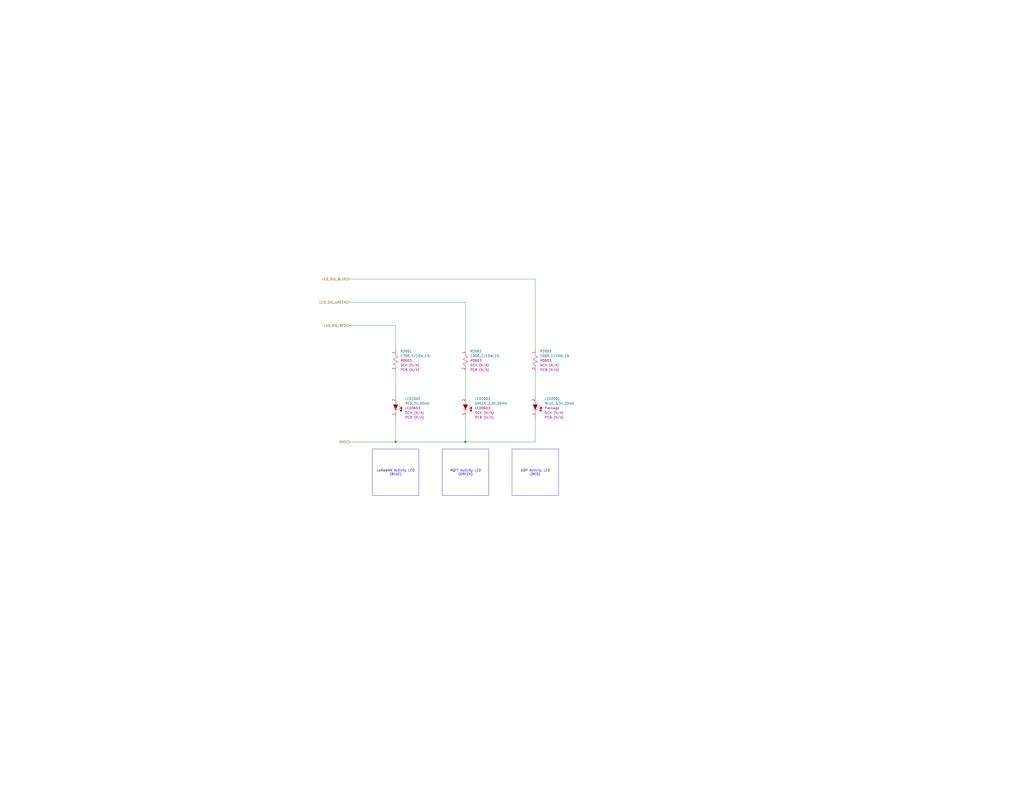
<source format=kicad_sch>
(kicad_sch (version 20231120) (generator "eeschema") (generator_version "8.0")
  (paper "C")
  (title_block (comment 2 "DRAFT"))
  (lib_symbols
    (symbol "_SCHLIB_Qcopter:DIODE_LED_BLUE_3.3V_20mA_470nm_LED0603"
      (property "Reference" "LED" (at 3.556 5.08 0))
      (property "Value" "BLUE_3.3V_20mA" (at 3.81 7.62 0))
      (property "Package" "Package" (at 3.81 36.322 0))
      (property "SCH CHECK" "SCH (N/A)" (at 3.81 30.988 0))
      (property "PCB CHECK" "PCB (N/A)" (at 3.81 33.528 0))
      (symbol "DIODE_LED_BLUE_3.3V_20mA_470nm_LED0603_0_1"
        (polyline (pts (xy 5.588 1.905) (xy 6.604 2.794)))
        (polyline (pts (xy 7.239 1.905) (xy 8.001 2.667)))
        (polyline (pts (xy 7.62 -1.27) (xy 7.62 1.27)))
        (polyline (pts (xy 5.08 1.27) (xy 5.08 -1.27) (xy 7.62 0) (xy 5.08 1.27)) (fill (type outline)))
        (polyline (pts (xy 6.223 3.302) (xy 7.112 2.413) (xy 7.366 3.556) (xy 6.223 3.302)) (fill (type outline)))
        (polyline (pts (xy 7.62 3.175) (xy 8.509 2.286) (xy 8.763 3.429) (xy 7.62 3.175)) (fill (type outline)))
      )
      (symbol "DIODE_LED_BLUE_3.3V_20mA_470nm_LED0603_1_1"
        (pin passive line (at 12.7 0 180) (length 5.08) (name "") (number "1"))
        (pin passive line (at 0 0 0) (length 5.08) (name "") (number "2"))
      )
    )
    (symbol "_SCHLIB_Qcopter:DIODE_LED_GREEN_3.3V_20mA_525nm_LED0603"
      (property "Reference" "LED" (at 3.556 5.08 0))
      (property "Value" "GREEN_3.3V_20mA" (at 3.81 7.62 0))
      (property "Package" "LED0603" (at 3.81 36.322 0))
      (property "SCH CHECK" "SCH (N/A)" (at 3.81 30.988 0))
      (property "PCB CHECK" "PCB (N/A)" (at 3.81 33.528 0))
      (symbol "DIODE_LED_GREEN_3.3V_20mA_525nm_LED0603_0_1"
        (polyline (pts (xy 5.588 1.905) (xy 6.604 2.794)))
        (polyline (pts (xy 7.239 1.905) (xy 8.001 2.667)))
        (polyline (pts (xy 7.62 -1.27) (xy 7.62 1.27)))
        (polyline (pts (xy 5.08 1.27) (xy 5.08 -1.27) (xy 7.62 0) (xy 5.08 1.27)) (fill (type outline)))
        (polyline (pts (xy 6.223 3.302) (xy 7.112 2.413) (xy 7.366 3.556) (xy 6.223 3.302)) (fill (type outline)))
        (polyline (pts (xy 7.62 3.175) (xy 8.509 2.286) (xy 8.763 3.429) (xy 7.62 3.175)) (fill (type outline)))
      )
      (symbol "DIODE_LED_GREEN_3.3V_20mA_525nm_LED0603_1_1"
        (pin passive line (at 12.7 0 180) (length 5.08) (name "") (number "1"))
        (pin passive line (at 0 0 0) (length 5.08) (name "") (number "2"))
      )
    )
    (symbol "_SCHLIB_Qcopter:DIODE_LED_RED_2V_20mA_624nm_LED0603"
      (property "Reference" "LED" (at 3.556 5.08 0))
      (property "Value" "RED_2V_20mA" (at 3.81 7.62 0))
      (property "Package" "LED0603" (at 3.81 36.322 0))
      (property "SCH CHECK" "SCH (N/A)" (at 3.81 30.988 0))
      (property "PCB CHECK" "PCB (N/A)" (at 3.81 33.528 0))
      (symbol "DIODE_LED_RED_2V_20mA_624nm_LED0603_0_1"
        (polyline (pts (xy 5.588 1.905) (xy 6.604 2.794)))
        (polyline (pts (xy 7.239 1.905) (xy 8.001 2.667)))
        (polyline (pts (xy 7.62 -1.27) (xy 7.62 1.27)))
        (polyline (pts (xy 5.08 1.27) (xy 5.08 -1.27) (xy 7.62 0) (xy 5.08 1.27)) (fill (type outline)))
        (polyline (pts (xy 6.223 3.302) (xy 7.112 2.413) (xy 7.366 3.556) (xy 6.223 3.302)) (fill (type outline)))
        (polyline (pts (xy 7.62 3.175) (xy 8.509 2.286) (xy 8.763 3.429) (xy 7.62 3.175)) (fill (type outline)))
      )
      (symbol "DIODE_LED_RED_2V_20mA_624nm_LED0603_1_1"
        (pin passive line (at 12.7 0 180) (length 5.08) (name "") (number "1"))
        (pin passive line (at 0 0 0) (length 5.08) (name "") (number "2"))
      )
    )
    (symbol "_SCHLIB_Qcopter:RES_100R_1/10W_1%_R0603"
      (property "Reference" "R" (at 3.556 4.064 0))
      (property "Value" "100R_1/10W_1%" (at 3.556 6.604 0))
      (property "Package" "R0603" (at 3.81 35.306 0))
      (property "SCH CHECK" "SCH (N/A)" (at 3.81 29.972 0))
      (property "PCB CHECK" "PCB (N/A)" (at 3.81 32.512 0))
      (symbol "RES_100R_1/10W_1%_R0603_0_0"
        (polyline (pts (xy 3.81 0) (xy 4.445 1.27) (xy 5.715 -1.27) (xy 6.985 1.27) (xy 8.255 -1.27) (xy 8.89 0)))
      )
      (symbol "RES_100R_1/10W_1%_R0603_1_1"
        (pin passive line (at 0 0 0) (length 3.81) (name "") (number "1"))
        (pin passive line (at 12.7 0 180) (length 3.81) (name "") (number "2"))
      )
    )
    (symbol "_SCHLIB_Qcopter:RES_470R_1/10W_1%_R0603"
      (property "Reference" "R" (at 3.556 4.064 0))
      (property "Value" "470R_1/10W_1%" (at 3.81 6.604 0))
      (property "Package" "R0603" (at 3.81 35.306 0))
      (property "SCH CHECK" "SCH (N/A)" (at 3.81 29.972 0))
      (property "PCB CHECK" "PCB (N/A)" (at 3.81 32.512 0))
      (symbol "RES_470R_1/10W_1%_R0603_0_0"
        (polyline (pts (xy 3.81 0) (xy 4.445 1.27) (xy 5.715 -1.27) (xy 6.985 1.27) (xy 8.255 -1.27) (xy 8.89 0)))
      )
      (symbol "RES_470R_1/10W_1%_R0603_1_1"
        (pin passive line (at 0 0 0) (length 3.81) (name "") (number "1"))
        (pin passive line (at 12.7 0 180) (length 3.81) (name "") (number "2"))
      )
    )
  )
  (junction (at 215.9 241.3))
  (junction (at 254 241.3))
  (wire (pts (xy 254 228.6) (xy 254 241.3)))
  (wire (pts (xy 254 165.1) (xy 254 190.5)))
  (wire (pts (xy 190.5 152.4) (xy 292.1 152.4)))
  (wire (pts (xy 190.5 241.3) (xy 215.9 241.3)))
  (wire (pts (xy 190.5 165.1) (xy 254 165.1)))
  (wire (pts (xy 215.9 203.2) (xy 215.9 215.9)))
  (wire (pts (xy 254 203.2) (xy 254 215.9)))
  (wire (pts (xy 215.9 228.6) (xy 215.9 241.3)))
  (wire (pts (xy 292.1 203.2) (xy 292.1 215.9)))
  (wire (pts (xy 215.9 177.8) (xy 215.9 190.5)))
  (wire (pts (xy 292.1 241.3) (xy 292.1 228.6)))
  (wire (pts (xy 215.9 241.3) (xy 254 241.3)))
  (wire (pts (xy 292.1 152.4) (xy 292.1 190.5)))
  (wire (pts (xy 190.5 177.8) (xy 215.9 177.8)))
  (wire (pts (xy 254 241.3) (xy 292.1 241.3)))
  (text_box "MQTT Activity LED\n(GREEN)" (at 241.3 245.11 0) (size 25.4 25.4) (effects (font (size 1.27 1.27))))
  (text_box "LoRaWAN Activity LED\n(BLUE)" (at 203.2 245.11 0) (size 25.4 25.4) (effects (font (size 1.27 1.27))))
  (text_box "UDP Activity LED\n(RED)" (at 279.4 245.11 0) (size 25.4 25.4) (effects (font (size 1.27 1.27))))
  (hierarchical_label "LED_SIG_BLUE" (shape input) (at 190.5 152.4 180))
  (hierarchical_label "GND" (shape passive) (at 190.5 241.3 180))
  (hierarchical_label "LED_SIG_GREEN" (shape input) (at 190.5 165.1 180))
  (hierarchical_label "LED_SIG_RED" (shape input) (at 190.5 177.8 180))
  (symbol (lib_id "_SCHLIB_Qcopter:DIODE_LED_BLUE_3.3V_20mA_470nm_LED0603") (at 292.1 215.9 270) (unit 1)
    (property "Reference" "LED2001" (at 297.18 217.7414 90) (effects (justify left)))
    (property "Value" "BLUE_3.3V_20mA" (at 297.18 220.2814 90) (effects (justify left)))
    (property "Footprint" "LED_SMD:LED_0603_1608Metric" (effects (hide yes)))
    (property "Datasheet" "https://mm.digikey.com/Volume0/opasdata/d220001/medias/docus/3629/B1931NB--20C007614U1930.pdf" (effects (hide yes)))
    (property "Description" "Blue 470nm LED Indication - Discrete 3.3V 0603 (1608 Metric)" (effects (hide yes)))
    (property "Package" "Package" (at 297.18 222.8214 90) (effects (justify left)))
    (property "Part Number (Manufacturer)" "B1931NB--20C007614U1930" (effects (hide yes)))
    (property "Manufacturer" "B1931NB--20C007614U1930" (effects (hide yes)))
    (property "Part Number (Vendor)" "3147-B1931NB--20C007614U1930TR-ND" (effects (hide yes)))
    (property "Vendor" "Digikey" (effects (hide yes)))
    (property "Purchase Link" "https://www.digikey.ca/en/products/detail/harvatek-corporation/B1931NB-20C007614U1930/15861263" (effects (hide yes)))
    (property "SCH CHECK" "SCH (N/A)" (at 297.18 225.3614 90) (effects (justify left)))
    (property "PCB CHECK" "PCB (N/A)" (at 297.18 227.9014 90) (effects (justify left)))
  )
  (symbol (lib_id "_SCHLIB_Qcopter:DIODE_LED_GREEN_3.3V_20mA_525nm_LED0603") (at 254 215.9 270) (unit 1)
    (property "Reference" "LED2003" (at 259.08 217.7414 90) (effects (justify left)))
    (property "Value" "GREEN_3.3V_20mA" (at 259.08 220.2814 90) (effects (justify left)))
    (property "Footprint" "LED_SMD:LED_0603_1608Metric" (effects (hide yes)))
    (property "Datasheet" "https://mm.digikey.com/Volume0/opasdata/d220001/medias/docus/3690/B1911NG--20D000214U1930.pdf" (effects (hide yes)))
    (property "Description" "Green 525nm LED Indication - Discrete 3.3V 0603 (1608 Metric)" (effects (hide yes)))
    (property "Package" "LED0603" (at 259.08 222.8214 90) (effects (justify left)))
    (property "Part Number (Manufacturer)" "B1911NG--20D000214U1930" (effects (hide yes)))
    (property "Manufacturer" "Harvatek Corporation" (effects (hide yes)))
    (property "Part Number (Vendor)" "3147-B1911NG--20D000214U1930TR-ND" (effects (hide yes)))
    (property "Vendor" "Digikey" (effects (hide yes)))
    (property "Purchase Link" "https://www.digikey.ca/en/products/detail/harvatek-corporation/B1911NG-20D000214U1930/15519989" (effects (hide yes)))
    (property "SCH CHECK" "SCH (N/A)" (at 259.08 225.3614 90) (effects (justify left)))
    (property "PCB CHECK" "PCB (N/A)" (at 259.08 227.9014 90) (effects (justify left)))
  )
  (symbol (lib_id "_SCHLIB_Qcopter:DIODE_LED_RED_2V_20mA_624nm_LED0603") (at 215.9 215.9 270) (unit 1)
    (property "Reference" "LED2002" (at 220.98 217.7414 90) (effects (justify left)))
    (property "Value" "RED_2V_20mA" (at 220.98 220.2814 90) (effects (justify left)))
    (property "Footprint" "LED_SMD:LED_0603_1608Metric" (effects (hide yes)))
    (property "Datasheet" "https://mm.digikey.com/Volume0/opasdata/d220001/medias/docus/3777/B1931USD-20D000814U1930.pdf" (effects (hide yes)))
    (property "Description" "Red 624nm LED Indication - Discrete 2V 0603 (1608 Metric)" (effects (hide yes)))
    (property "Package" "LED0603" (at 220.98 222.8214 90) (effects (justify left)))
    (property "Part Number (Manufacturer)" "B1931USD-20D000814U1930" (effects (hide yes)))
    (property "Manufacturer" "Harvatek Corporation" (effects (hide yes)))
    (property "Part Number (Vendor)" "3147-B1931USD-20D000814U1930TR-ND" (effects (hide yes)))
    (property "Vendor" "Digikey" (effects (hide yes)))
    (property "Purchase Link" "https://www.digikey.ca/en/products/detail/harvatek-corporation/B1931USD-20D000814U1930/15861265" (effects (hide yes)))
    (property "SCH CHECK" "SCH (N/A)" (at 220.98 225.3614 90) (effects (justify left)))
    (property "PCB CHECK" "PCB (N/A)" (at 220.98 227.9014 90) (effects (justify left)))
  )
  (symbol (lib_id "_SCHLIB_Qcopter:RES_100R_1/10W_1%_R0603") (at 254 190.5 270) (unit 1)
    (property "Reference" "R2002" (at 256.54 191.7699 90) (effects (justify left)))
    (property "Value" "100R_1/10W_1%" (at 256.54 194.3099 90) (effects (justify left)))
    (property "Footprint" "Resistor_SMD:R_0603_1608Metric" (effects (hide yes)))
    (property "Datasheet" "https://www.seielect.com/catalog/sei-rmcf_rmcp.pdf" (effects (hide yes)))
    (property "Description" "100 Ohms ±1% 0.1W, 1/10W Chip Resistor 0603 (1608 Metric) Automotive AEC-Q200 Thick Film" (effects (hide yes)))
    (property "Package" "R0603" (at 256.54 196.8499 90) (effects (justify left)))
    (property "Part Number (Manufacturer)" "RMCF0603FT100R" (effects (hide yes)))
    (property "Manufacturer" "Stackpole Electronics Inc" (effects (hide yes)))
    (property "Part Number (Vendor)" "RMCF0603FT100RTR-ND" (effects (hide yes)))
    (property "Vendor" "Digikey" (effects (hide yes)))
    (property "Purchase Link" "https://www.digikey.ca/en/products/detail/stackpole-electronics-inc/RMCF0603FT100R/1761113" (effects (hide yes)))
    (property "SCH CHECK" "SCH (N/A)" (at 256.54 199.3899 90) (effects (justify left)))
    (property "PCB CHECK" "PCB (N/A)" (at 256.54 201.9299 90) (effects (justify left)))
  )
  (symbol (lib_id "_SCHLIB_Qcopter:RES_100R_1/10W_1%_R0603") (at 292.1 190.5 270) (unit 1)
    (property "Reference" "R2003" (at 294.64 191.7699 90) (effects (justify left)))
    (property "Value" "100R_1/10W_1%" (at 294.64 194.3099 90) (effects (justify left)))
    (property "Footprint" "Resistor_SMD:R_0603_1608Metric" (effects (hide yes)))
    (property "Datasheet" "https://www.seielect.com/catalog/sei-rmcf_rmcp.pdf" (effects (hide yes)))
    (property "Description" "100 Ohms ±1% 0.1W, 1/10W Chip Resistor 0603 (1608 Metric) Automotive AEC-Q200 Thick Film" (effects (hide yes)))
    (property "Package" "R0603" (at 294.64 196.8499 90) (effects (justify left)))
    (property "Part Number (Manufacturer)" "RMCF0603FT100R" (effects (hide yes)))
    (property "Manufacturer" "Stackpole Electronics Inc" (effects (hide yes)))
    (property "Part Number (Vendor)" "RMCF0603FT100RTR-ND" (effects (hide yes)))
    (property "Vendor" "Digikey" (effects (hide yes)))
    (property "Purchase Link" "https://www.digikey.ca/en/products/detail/stackpole-electronics-inc/RMCF0603FT100R/1761113" (effects (hide yes)))
    (property "SCH CHECK" "SCH (N/A)" (at 294.64 199.3899 90) (effects (justify left)))
    (property "PCB CHECK" "PCB (N/A)" (at 294.64 201.9299 90) (effects (justify left)))
  )
  (symbol (lib_id "_SCHLIB_Qcopter:RES_470R_1/10W_1%_R0603") (at 215.9 190.5 270) (unit 1)
    (property "Reference" "R2001" (at 218.44 191.7699 90) (effects (justify left)))
    (property "Value" "470R_1/10W_1%" (at 218.44 194.3099 90) (effects (justify left)))
    (property "Footprint" "Resistor_SMD:R_0603_1608Metric" (effects (hide yes)))
    (property "Datasheet" "https://www.te.com/usa-en/product-2-2176339-1.datasheet.pdf" (effects (hide yes)))
    (property "Description" "470 Ohms ±1% 0.1W, 1/10W Chip Resistor 0603 (1608 Metric) Automotive AEC-Q200, Moisture Resistant Thick Film" (effects (hide yes)))
    (property "Package" "R0603" (at 218.44 196.8499 90) (effects (justify left)))
    (property "Part Number (Manufacturer)" "CRGCQ0603F470R" (effects (hide yes)))
    (property "Manufacturer" "TE Connectivity Passive Product" (effects (hide yes)))
    (property "Part Number (Vendor)" "A129684TR-ND" (effects (hide yes)))
    (property "Vendor" "Digikey" (effects (hide yes)))
    (property "Purchase Link" "https://www.digikey.ca/en/products/detail/te-connectivity-passive-product/CRGCQ0603F470R/8576286" (effects (hide yes)))
    (property "SCH CHECK" "SCH (N/A)" (at 218.44 199.3899 90) (effects (justify left)))
    (property "PCB CHECK" "PCB (N/A)" (at 218.44 201.9299 90) (effects (justify left)))
  )
)
</source>
